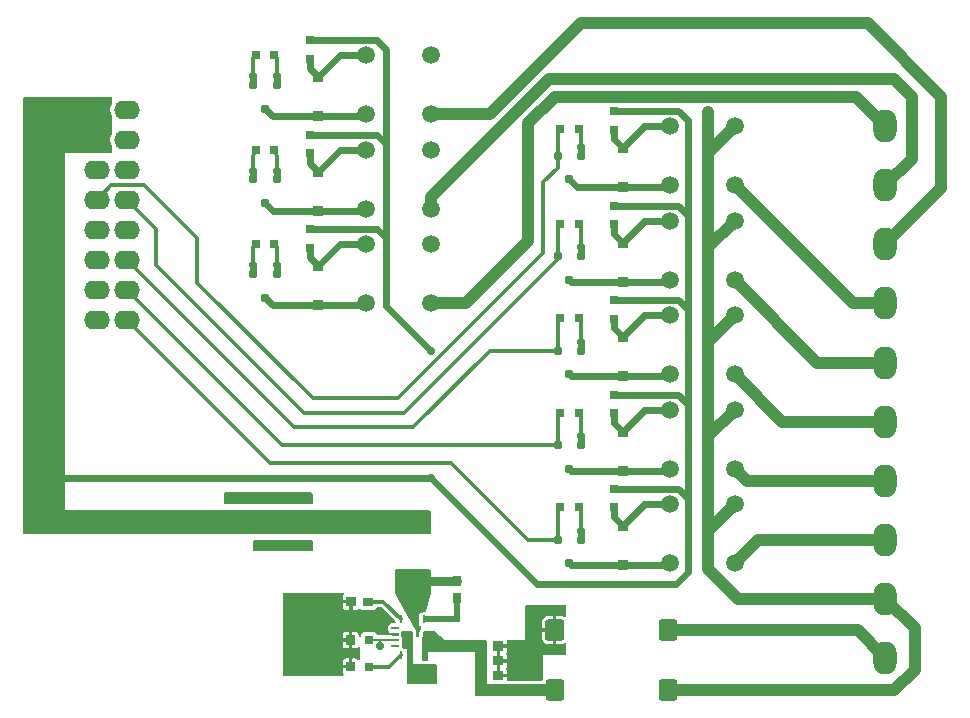
<source format=gbr>
G04 --- HEADER BEGIN --- *
G04 #@! TF.GenerationSoftware,LibrePCB,LibrePCB,1.0.0*
G04 #@! TF.CreationDate,2024-10-09T11:39:01*
G04 #@! TF.ProjectId,OSm Thermal,b11a65fa-6c4c-431c-8545-341aca355aaf,v1.11*
G04 #@! TF.Part,Single*
G04 #@! TF.SameCoordinates*
G04 #@! TF.FileFunction,Copper,L2,Bot*
G04 #@! TF.FilePolarity,Positive*
%FSLAX66Y66*%
%MOMM*%
G01*
G75*
G04 --- HEADER END --- *
G04 --- APERTURE LIST BEGIN --- *
G04 #@! TA.AperFunction,ComponentPad*
%ADD10C,1.5*%
G04 #@! TA.AperFunction,SMDPad,CuDef*
%AMROUNDEDRECT11*20,1,0.9,-0.225,0.0,0.225,0.0,0.0*20,1,0.45,-0.45,0.0,0.45,0.0,0.0*1,1,0.45,-0.225,0.225*1,1,0.45,0.225,0.225*1,1,0.45,0.225,-0.225*1,1,0.45,-0.225,-0.225*%
%ADD11ROUNDEDRECT11*%
%AMROUNDEDRECT12*20,1,2.0,-1.25,0.0,1.25,0.0,0.0*20,1,1.5,-1.5,0.0,1.5,0.0,0.0*1,1,0.5,-1.25,0.75*1,1,0.5,1.25,0.75*1,1,0.5,1.25,-0.75*1,1,0.5,-1.25,-0.75*%
%ADD12ROUNDEDRECT12*%
%AMROUNDEDRECT13*20,1,0.25,-0.2375,0.0,0.2375,0.0,0.0*20,1,0.125,-0.3,0.0,0.3,0.0,0.0*1,1,0.125,-0.2375,0.0625*1,1,0.125,0.2375,0.0625*1,1,0.125,0.2375,-0.0625*1,1,0.125,-0.2375,-0.0625*%
%ADD13ROUNDEDRECT13*%
%AMROUNDEDRECT14*20,1,0.25,-0.2375,0.0,0.2375,0.0,90.0*20,1,0.125,-0.3,0.0,0.3,0.0,90.0*1,1,0.125,-0.0625,-0.2375*1,1,0.125,-0.0625,0.2375*1,1,0.125,0.0625,0.2375*1,1,0.125,0.0625,-0.2375*%
%ADD14ROUNDEDRECT14*%
%AMROUNDEDRECT15*20,1,0.25,-0.2875,0.0,0.2875,0.0,0.0*20,1,0.125,-0.35,0.0,0.35,0.0,0.0*1,1,0.125,-0.2875,0.0625*1,1,0.125,0.2875,0.0625*1,1,0.125,0.2875,-0.0625*1,1,0.125,-0.2875,-0.0625*%
%ADD15ROUNDEDRECT15*%
%AMOUTLINE16*4,1,16,-0.15,-1.086603,-0.186603,-1.05,-0.2,-1.0,-0.2,1.0,-0.186603,1.05,-0.15,1.086603,-0.1,1.1,0.1,1.1,0.15,1.086603,0.186603,1.05,0.2,1.0,0.2,-1.0,0.186603,-1.05,0.15,-1.086603,0.1,-1.1,-0.1,-1.1,-0.15,-1.086603,180.0*%
%ADD16OUTLINE16*%
%AMROUNDEDRECT17*20,1,0.25,-0.8375,0.0,0.8375,0.0,90.0*20,1,0.125,-0.9,0.0,0.9,0.0,90.0*1,1,0.125,-0.0625,-0.8375*1,1,0.125,-0.0625,0.8375*1,1,0.125,0.0625,0.8375*1,1,0.125,0.0625,-0.8375*%
%ADD17ROUNDEDRECT17*%
%AMROUNDEDRECT18*20,1,0.4,-1.0,0.0,1.0,0.0,90.0*20,1,0.2,-1.1,0.0,1.1,0.0,90.0*1,1,0.2,-0.1,-1.0*1,1,0.2,-0.1,1.0*1,1,0.2,0.1,1.0*1,1,0.2,0.1,-1.0*%
%ADD18ROUNDEDRECT18*%
%ADD19R,0.75X0.8*%
%ADD20R,0.85X0.8*%
%ADD21R,0.8X0.75*%
%ADD22R,0.8X0.85*%
%AMROUNDEDRECT23*20,1,0.7,-0.175,0.0,0.175,0.0,0.0*20,1,0.35,-0.35,0.0,0.35,0.0,0.0*1,1,0.35,-0.175,0.175*1,1,0.35,0.175,0.175*1,1,0.35,0.175,-0.175*1,1,0.35,-0.175,-0.175*%
%ADD23ROUNDEDRECT23*%
%AMROUNDEDRECT24*20,1,1.6,-0.652,0.0,0.652,0.0,90.0*20,1,1.104,-0.9,0.0,0.9,0.0,90.0*1,1,0.496,-0.552,-0.652*1,1,0.496,-0.552,0.652*1,1,0.496,0.552,0.652*1,1,0.496,0.552,-0.652*%
%ADD24ROUNDEDRECT24*%
G04 #@! TA.AperFunction,ComponentPad*
%ADD25O,2.19X1.587*%
%ADD26R,2.19X1.587*%
%ADD27O,2.0X2.8*%
G04 #@! TA.AperFunction,Conductor*
%ADD28C,0.6*%
%ADD29C,1.0*%
G04 #@! TA.AperFunction,ViaPad*
%ADD30C,0.7*%
G04 #@! TA.AperFunction,Conductor*
%ADD31C,0.3*%
%ADD32C,0.2*%
G04 #@! TA.AperFunction,ViaPad*
%ADD33C,1.0*%
G04 #@! TA.AperFunction,Conductor*
%ADD34C,0.8*%
%ADD35C,0.01*%
G04 #@! TD*
G04 --- APERTURE LIST END --- *
G04 --- BOARD BEGIN --- *
D10*
G04 #@! TO.N,N23*
G04 #@! TO.C,K1*
G04 #@! TO.P,K1,8,-*
X55750000Y-46750000D03*
G04 #@! TO.N,VAC*
G04 #@! TO.P,K1,3,COM*
X61250000Y-41750000D03*
G04 #@! TO.N,RV1*
G04 #@! TO.P,K1,1,+*
X55750000Y-41750000D03*
G04 #@! TO.N,O1*
G04 #@! TO.P,K1,6,NO*
X61250000Y-46750000D03*
D11*
G04 #@! TO.N,RV5*
G04 #@! TO.C,D6*
G04 #@! TO.P,D6,1,C*
X51750000Y-11600000D03*
G04 #@! TO.N,N19*
G04 #@! TO.P,D6,2,A*
X51750000Y-14900000D03*
D12*
G04 #@! TO.N,SW*
G04 #@! TO.C,L1*
G04 #@! TO.P,L1,1,1*
X34000000Y-48250000D03*
G04 #@! TO.N,5V*
G04 #@! TO.P,L1,2,2*
X34000000Y-43250000D03*
D11*
G04 #@! TO.N,RV6*
G04 #@! TO.C,D7*
G04 #@! TO.P,D7,1,C*
X26000000Y-5600000D03*
G04 #@! TO.N,N32*
G04 #@! TO.P,D7,2,A*
X26000000Y-8900000D03*
G04 #@! TO.N,RV8*
G04 #@! TO.C,D9*
G04 #@! TO.P,D9,1,C*
X26000000Y-21600000D03*
G04 #@! TO.N,N37*
G04 #@! TO.P,D9,2,A*
X26000000Y-24900000D03*
D13*
G04 #@! TO.N,GND*
G04 #@! TO.C,U1*
G04 #@! TO.P,U1,AGND,AGND*
X32500000Y-52750000D03*
D14*
G04 #@! TO.N,MODE*
G04 #@! TO.P,U1,MODE,MODE*
X33000000Y-54500000D03*
G04 #@! TO.N,SS*
G04 #@! TO.P,U1,SS,SS*
X33000000Y-51500000D03*
D15*
G04 #@! TO.N,VIN*
G04 #@! TO.P,U1,VIN,VIN*
X35450000Y-53250000D03*
D14*
G04 #@! TO.N,BOOT*
G04 #@! TO.P,U1,BOOT,BOOT*
X34900000Y-51500000D03*
D13*
G04 #@! TO.N,N/C*
G04 #@! TO.P,U1,PG,PG*
X32500000Y-52250000D03*
D16*
G04 #@! TO.N,VIN*
G04 #@! TO.P,U1,VIN,VIN*
X35000000Y-53700000D03*
D13*
G04 #@! TO.N,FB*
G04 #@! TO.P,U1,FB,FB*
X32500000Y-53250000D03*
G04 #@! TO.N,N/C*
G04 #@! TO.P,U1,EN,EN*
X32500000Y-53750000D03*
D17*
G04 #@! TO.N,SW*
G04 #@! TO.P,U1,SW,SW*
X34400000Y-52100000D03*
D15*
G04 #@! TO.N,VIN*
G04 #@! TO.P,U1,VIN,VIN*
X35450000Y-52750000D03*
D18*
G04 #@! TO.N,GND*
G04 #@! TO.P,U1,PGND,PGND*
X33800000Y-53700000D03*
D15*
G04 #@! TO.N,VIN*
G04 #@! TO.P,U1,VIN,VIN*
X35450000Y-53750000D03*
D19*
G04 #@! TO.N,SR7*
G04 #@! TO.C,R10*
G04 #@! TO.P,R10,2,2*
X20725000Y-11750000D03*
G04 #@! TO.N,GND*
G04 #@! TO.P,R10,1,1*
X22275000Y-11750000D03*
D20*
G04 #@! TO.N,VIN*
G04 #@! TO.C,C5*
G04 #@! TO.P,C5,2,2*
X39775000Y-53750000D03*
G04 #@! TO.N,GND*
G04 #@! TO.P,C5,1,1*
X41225000Y-53750000D03*
D21*
G04 #@! TO.N,5V*
G04 #@! TO.C,R15*
G04 #@! TO.P,R15,2,2*
X51000000Y-32475000D03*
G04 #@! TO.N,RV2*
G04 #@! TO.P,R15,1,1*
X51000000Y-34025000D03*
D20*
G04 #@! TO.N,VIN*
G04 #@! TO.C,C4*
G04 #@! TO.P,C4,2,2*
X39775000Y-55000000D03*
G04 #@! TO.N,GND*
G04 #@! TO.P,C4,1,1*
X41225000Y-55000000D03*
D22*
G04 #@! TO.C,C7*
G04 #@! TO.P,C7,2,2*
X23500000Y-41275000D03*
G04 #@! TO.N,5V*
G04 #@! TO.P,C7,1,1*
X23500000Y-42725000D03*
D19*
G04 #@! TO.N,GND*
G04 #@! TO.C,R3*
G04 #@! TO.P,R3,2,2*
X28725000Y-53250000D03*
G04 #@! TO.N,FB*
G04 #@! TO.P,R3,1,1*
X30275000Y-53250000D03*
D23*
G04 #@! TO.N,SR2*
G04 #@! TO.C,Q2*
G04 #@! TO.P,Q2,1,G*
X46250000Y-36750000D03*
G04 #@! TO.N,GND*
G04 #@! TO.P,Q2,2,S*
X48250000Y-36750000D03*
G04 #@! TO.N,N33*
G04 #@! TO.P,Q2,3,D*
X47250000Y-38750000D03*
D19*
G04 #@! TO.N,MODE*
G04 #@! TO.C,R1*
G04 #@! TO.P,R1,2,2*
X30275000Y-55500000D03*
G04 #@! TO.N,GND*
G04 #@! TO.P,R1,1,1*
X28725000Y-55500000D03*
D21*
G04 #@! TO.N,5V*
G04 #@! TO.C,R14*
G04 #@! TO.P,R14,2,2*
X51000000Y-40475000D03*
G04 #@! TO.N,RV1*
G04 #@! TO.P,R14,1,1*
X51000000Y-42025000D03*
D20*
G04 #@! TO.N,VIN*
G04 #@! TO.C,C3*
G04 #@! TO.P,C3,2,2*
X39775000Y-56250000D03*
G04 #@! TO.N,GND*
G04 #@! TO.P,C3,1,1*
X41225000Y-56250000D03*
D24*
G04 #@! TO.N,COM*
G04 #@! TO.C,BR1*
G04 #@! TO.P,BR1,PGND,AC2*
X55600000Y-52400000D03*
G04 #@! TO.N,VIN*
G04 #@! TO.P,BR1,VOUT,+*
X46000000Y-57500000D03*
G04 #@! TO.N,GND*
G04 #@! TO.P,BR1,AGND,_*
X46000000Y-52400000D03*
G04 #@! TO.N,VAC*
G04 #@! TO.P,BR1,VIN,AC1*
X55600000Y-57500000D03*
D19*
G04 #@! TO.N,SR2*
G04 #@! TO.C,R5*
G04 #@! TO.P,R5,2,2*
X46475000Y-34000000D03*
G04 #@! TO.N,GND*
G04 #@! TO.P,R5,1,1*
X48025000Y-34000000D03*
D10*
G04 #@! TO.N,N33*
G04 #@! TO.C,K2*
G04 #@! TO.P,K2,8,-*
X55750000Y-38750000D03*
G04 #@! TO.N,VAC*
G04 #@! TO.P,K2,3,COM*
X61250000Y-33750000D03*
G04 #@! TO.N,RV2*
G04 #@! TO.P,K2,1,+*
X55750000Y-33750000D03*
G04 #@! TO.N,O2*
G04 #@! TO.P,K2,6,NO*
X61250000Y-38750000D03*
G04 #@! TO.N,N19*
G04 #@! TO.C,K5*
G04 #@! TO.P,K5,8,-*
X55750000Y-14750000D03*
G04 #@! TO.N,VAC*
G04 #@! TO.P,K5,3,COM*
X61250000Y-9750000D03*
G04 #@! TO.N,RV5*
G04 #@! TO.P,K5,1,+*
X55750000Y-9750000D03*
G04 #@! TO.N,O5*
G04 #@! TO.P,K5,6,NO*
X61250000Y-14750000D03*
G04 #@! TO.N,N26*
G04 #@! TO.C,K4*
G04 #@! TO.P,K4,8,-*
X55750000Y-22750000D03*
G04 #@! TO.N,VAC*
G04 #@! TO.P,K4,3,COM*
X61250000Y-17750000D03*
G04 #@! TO.N,RV4*
G04 #@! TO.P,K4,1,+*
X55750000Y-17750000D03*
G04 #@! TO.N,O4*
G04 #@! TO.P,K4,6,NO*
X61250000Y-22750000D03*
D23*
G04 #@! TO.N,SR5*
G04 #@! TO.C,Q5*
G04 #@! TO.P,Q5,1,G*
X46250000Y-12250000D03*
G04 #@! TO.N,GND*
G04 #@! TO.P,Q5,2,S*
X48250000Y-12250000D03*
G04 #@! TO.N,N19*
G04 #@! TO.P,Q5,3,D*
X47250000Y-14250000D03*
D20*
G04 #@! TO.N,GND*
G04 #@! TO.C,C1*
G04 #@! TO.P,C1,2,2*
X28775000Y-50000000D03*
G04 #@! TO.N,SS*
G04 #@! TO.P,C1,1,1*
X30225000Y-50000000D03*
D21*
G04 #@! TO.N,5V*
G04 #@! TO.C,R16*
G04 #@! TO.P,R16,2,2*
X51000000Y-24475000D03*
G04 #@! TO.N,RV3*
G04 #@! TO.P,R16,1,1*
X51000000Y-26025000D03*
D22*
G04 #@! TO.N,GND*
G04 #@! TO.C,C10*
G04 #@! TO.P,C10,2,2*
X23500000Y-45225000D03*
G04 #@! TO.N,5V*
G04 #@! TO.P,C10,1,1*
X23500000Y-43775000D03*
D11*
G04 #@! TO.N,RV2*
G04 #@! TO.C,D3*
G04 #@! TO.P,D3,1,C*
X51750000Y-35600000D03*
G04 #@! TO.N,N33*
G04 #@! TO.P,D3,2,A*
X51750000Y-38900000D03*
D10*
G04 #@! TO.N,N32*
G04 #@! TO.C,K6*
G04 #@! TO.P,K6,8,-*
X30000000Y-8750000D03*
G04 #@! TO.N,VAC*
G04 #@! TO.P,K6,3,COM*
X35500000Y-3750000D03*
G04 #@! TO.N,RV6*
G04 #@! TO.P,K6,1,+*
X30000000Y-3750000D03*
G04 #@! TO.N,O6*
G04 #@! TO.P,K6,6,NO*
X35500000Y-8750000D03*
G04 #@! TO.N,N31*
G04 #@! TO.C,K3*
G04 #@! TO.P,K3,8,-*
X55750000Y-30750000D03*
G04 #@! TO.N,VAC*
G04 #@! TO.P,K3,3,COM*
X61250000Y-25750000D03*
G04 #@! TO.N,RV3*
G04 #@! TO.P,K3,1,+*
X55750000Y-25750000D03*
G04 #@! TO.N,O3*
G04 #@! TO.P,K3,6,NO*
X61250000Y-30750000D03*
D22*
G04 #@! TO.N,BOOT*
G04 #@! TO.C,C2*
G04 #@! TO.P,C2,2,2*
X37750000Y-49725000D03*
G04 #@! TO.N,SW*
G04 #@! TO.P,C2,1,1*
X37750000Y-48275000D03*
D11*
G04 #@! TO.N,RV1*
G04 #@! TO.C,D2*
G04 #@! TO.P,D2,1,C*
X51750000Y-43600000D03*
G04 #@! TO.N,N23*
G04 #@! TO.P,D2,2,A*
X51750000Y-46900000D03*
D21*
G04 #@! TO.N,5V*
G04 #@! TO.C,R18*
G04 #@! TO.P,R18,2,2*
X51000000Y-8475000D03*
G04 #@! TO.N,RV5*
G04 #@! TO.P,R18,1,1*
X51000000Y-10025000D03*
D25*
G04 #@! TO.N,SR8*
G04 #@! TO.C,J2*
G04 #@! TO.P,J2,15,15*
X7230000Y-26140000D03*
G04 #@! TO.N,SR3*
G04 #@! TO.P,J2,12,12*
X9770000Y-21060000D03*
G04 #@! TO.N,SDA*
G04 #@! TO.P,J2,4,4*
X9770000Y-10900000D03*
G04 #@! TO.N,GND*
G04 #@! TO.P,J2,13,13*
X7230000Y-23600000D03*
G04 #@! TO.N,SR1*
G04 #@! TO.P,J2,16,16*
X9770000Y-26140000D03*
G04 #@! TO.N,GND*
G04 #@! TO.P,J2,10,10*
X9770000Y-18520000D03*
G04 #@! TO.N,SR2*
G04 #@! TO.P,J2,14,14*
X9770000Y-23600000D03*
G04 #@! TO.N,SR7*
G04 #@! TO.P,J2,11,11*
X7230000Y-21060000D03*
G04 #@! TO.N,GND*
G04 #@! TO.P,J2,5,5*
X7230000Y-13440000D03*
G04 #@! TO.N,SR4*
G04 #@! TO.P,J2,8,8*
X9770000Y-15980000D03*
G04 #@! TO.N,SR6*
G04 #@! TO.P,J2,9,9*
X7230000Y-18520000D03*
D26*
G04 #@! TO.N,5V*
G04 #@! TO.P,J2,1,1*
X7230000Y-8360000D03*
D25*
G04 #@! TO.N,3V3*
G04 #@! TO.P,J2,2,2*
X9770000Y-8360000D03*
G04 #@! TO.N,SR5*
G04 #@! TO.P,J2,7,7*
X7230000Y-15980000D03*
G04 #@! TO.N,5V*
G04 #@! TO.P,J2,3,3*
X7230000Y-10900000D03*
G04 #@! TO.N,SCL*
G04 #@! TO.P,J2,6,6*
X9770000Y-13440000D03*
D23*
G04 #@! TO.N,SR4*
G04 #@! TO.C,Q4*
G04 #@! TO.P,Q4,1,G*
X46250000Y-20750000D03*
G04 #@! TO.N,GND*
G04 #@! TO.P,Q4,2,S*
X48250000Y-20750000D03*
G04 #@! TO.N,N26*
G04 #@! TO.P,Q4,3,D*
X47250000Y-22750000D03*
D11*
G04 #@! TO.N,RV7*
G04 #@! TO.C,D8*
G04 #@! TO.P,D8,1,C*
X26000000Y-13600000D03*
G04 #@! TO.N,N24*
G04 #@! TO.P,D8,2,A*
X26000000Y-16900000D03*
D19*
G04 #@! TO.N,SR1*
G04 #@! TO.C,R4*
G04 #@! TO.P,R4,2,2*
X46475000Y-42000000D03*
G04 #@! TO.N,GND*
G04 #@! TO.P,R4,1,1*
X48025000Y-42000000D03*
D23*
G04 #@! TO.N,SR8*
G04 #@! TO.C,Q8*
G04 #@! TO.P,Q8,1,G*
X20500000Y-22250000D03*
G04 #@! TO.N,GND*
G04 #@! TO.P,Q8,2,S*
X22500000Y-22250000D03*
G04 #@! TO.N,N37*
G04 #@! TO.P,Q8,3,D*
X21500000Y-24250000D03*
D19*
G04 #@! TO.N,SR4*
G04 #@! TO.C,R7*
G04 #@! TO.P,R7,2,2*
X46475000Y-18000000D03*
G04 #@! TO.N,GND*
G04 #@! TO.P,R7,1,1*
X48025000Y-18000000D03*
D21*
G04 #@! TO.N,5V*
G04 #@! TO.C,R20*
G04 #@! TO.P,R20,2,2*
X25250000Y-10475000D03*
G04 #@! TO.N,RV7*
G04 #@! TO.P,R20,1,1*
X25250000Y-12025000D03*
D23*
G04 #@! TO.N,SR3*
G04 #@! TO.C,Q3*
G04 #@! TO.P,Q3,1,G*
X46250000Y-28750000D03*
G04 #@! TO.N,GND*
G04 #@! TO.P,Q3,2,S*
X48250000Y-28750000D03*
G04 #@! TO.N,N31*
G04 #@! TO.P,Q3,3,D*
X47250000Y-30750000D03*
D22*
G04 #@! TO.N,GND*
G04 #@! TO.C,C6*
G04 #@! TO.P,C6,2,2*
X18500000Y-41275000D03*
G04 #@! TO.N,5V*
G04 #@! TO.P,C6,1,1*
X18500000Y-42725000D03*
D19*
G04 #@! TO.N,SR8*
G04 #@! TO.C,R11*
G04 #@! TO.P,R11,2,2*
X20725000Y-19750000D03*
G04 #@! TO.N,GND*
G04 #@! TO.P,R11,1,1*
X22275000Y-19750000D03*
G04 #@! TO.N,SR5*
G04 #@! TO.C,R8*
G04 #@! TO.P,R8,2,2*
X46475000Y-10000000D03*
G04 #@! TO.N,GND*
G04 #@! TO.P,R8,1,1*
X48025000Y-10000000D03*
D11*
G04 #@! TO.N,RV3*
G04 #@! TO.C,D4*
G04 #@! TO.P,D4,1,C*
X51750000Y-27600000D03*
G04 #@! TO.N,N31*
G04 #@! TO.P,D4,2,A*
X51750000Y-30900000D03*
D23*
G04 #@! TO.N,SR1*
G04 #@! TO.C,Q1*
G04 #@! TO.P,Q1,1,G*
X46250000Y-44750000D03*
G04 #@! TO.N,GND*
G04 #@! TO.P,Q1,2,S*
X48250000Y-44750000D03*
G04 #@! TO.N,N23*
G04 #@! TO.P,Q1,3,D*
X47250000Y-46750000D03*
D21*
G04 #@! TO.N,5V*
G04 #@! TO.C,R17*
G04 #@! TO.P,R17,2,2*
X51000000Y-16475000D03*
G04 #@! TO.N,RV4*
G04 #@! TO.P,R17,1,1*
X51000000Y-18025000D03*
D23*
G04 #@! TO.N,SR7*
G04 #@! TO.C,Q7*
G04 #@! TO.P,Q7,1,G*
X20500000Y-14250000D03*
G04 #@! TO.N,GND*
G04 #@! TO.P,Q7,2,S*
X22500000Y-14250000D03*
G04 #@! TO.N,N24*
G04 #@! TO.P,Q7,3,D*
X21500000Y-16250000D03*
D27*
G04 #@! TO.N,VAC*
G04 #@! TO.C,J1*
G04 #@! TO.P,J1,2,2*
X74000000Y-49750000D03*
G04 #@! TO.N,O2*
G04 #@! TO.P,J1,4,4*
X74000000Y-39750000D03*
G04 #@! TO.N,O4*
G04 #@! TO.P,J1,6,6*
X74000000Y-29750000D03*
G04 #@! TO.N,O1*
G04 #@! TO.P,J1,3,3*
X74000000Y-44750000D03*
G04 #@! TO.N,O5*
G04 #@! TO.P,J1,7,7*
X74000000Y-24750000D03*
G04 #@! TO.N,O8*
G04 #@! TO.P,J1,10,10*
X74000000Y-9750000D03*
G04 #@! TO.N,O6*
G04 #@! TO.P,J1,8,8*
X74000000Y-19750000D03*
G04 #@! TO.N,O7*
G04 #@! TO.P,J1,9,9*
X74000000Y-14750000D03*
G04 #@! TO.N,COM*
G04 #@! TO.P,J1,1,1*
X74000000Y-54750000D03*
G04 #@! TO.N,O3*
G04 #@! TO.P,J1,5,5*
X74000000Y-34750000D03*
D19*
G04 #@! TO.N,SR3*
G04 #@! TO.C,R6*
G04 #@! TO.P,R6,2,2*
X46475000Y-26000000D03*
G04 #@! TO.N,GND*
G04 #@! TO.P,R6,1,1*
X48025000Y-26000000D03*
G04 #@! TO.N,SR6*
G04 #@! TO.C,R9*
G04 #@! TO.P,R9,2,2*
X20725000Y-3750000D03*
G04 #@! TO.N,GND*
G04 #@! TO.P,R9,1,1*
X22275000Y-3750000D03*
D22*
G04 #@! TO.C,C9*
G04 #@! TO.P,C9,2,2*
X21000000Y-45225000D03*
G04 #@! TO.N,5V*
G04 #@! TO.P,C9,1,1*
X21000000Y-43775000D03*
D11*
G04 #@! TO.N,RV4*
G04 #@! TO.C,D5*
G04 #@! TO.P,D5,1,C*
X51750000Y-19600000D03*
G04 #@! TO.N,N26*
G04 #@! TO.P,D5,2,A*
X51750000Y-22900000D03*
D22*
G04 #@! TO.N,GND*
G04 #@! TO.C,C8*
G04 #@! TO.P,C8,2,2*
X21000000Y-41275000D03*
G04 #@! TO.N,5V*
G04 #@! TO.P,C8,1,1*
X21000000Y-42725000D03*
D21*
G04 #@! TO.C,R19*
G04 #@! TO.P,R19,2,2*
X25250000Y-2475000D03*
G04 #@! TO.N,RV6*
G04 #@! TO.P,R19,1,1*
X25250000Y-4025000D03*
G04 #@! TO.N,5V*
G04 #@! TO.C,R21*
G04 #@! TO.P,R21,2,2*
X25250000Y-18475000D03*
G04 #@! TO.N,RV8*
G04 #@! TO.P,R21,1,1*
X25250000Y-20025000D03*
D10*
G04 #@! TO.N,N24*
G04 #@! TO.C,K7*
G04 #@! TO.P,K7,8,-*
X30000000Y-16750000D03*
G04 #@! TO.N,VAC*
G04 #@! TO.P,K7,3,COM*
X35500000Y-11750000D03*
G04 #@! TO.N,RV7*
G04 #@! TO.P,K7,1,+*
X30000000Y-11750000D03*
G04 #@! TO.N,O7*
G04 #@! TO.P,K7,6,NO*
X35500000Y-16750000D03*
G04 #@! TO.N,N37*
G04 #@! TO.C,K8*
G04 #@! TO.P,K8,8,-*
X30000000Y-24750000D03*
G04 #@! TO.N,VAC*
G04 #@! TO.P,K8,3,COM*
X35500000Y-19750000D03*
G04 #@! TO.N,RV8*
G04 #@! TO.P,K8,1,+*
X30000000Y-19750000D03*
G04 #@! TO.N,O8*
G04 #@! TO.P,K8,6,NO*
X35500000Y-24750000D03*
D23*
G04 #@! TO.N,SR6*
G04 #@! TO.C,Q6*
G04 #@! TO.P,Q6,1,G*
X20500000Y-6250000D03*
G04 #@! TO.N,GND*
G04 #@! TO.P,Q6,2,S*
X22500000Y-6250000D03*
G04 #@! TO.N,N32*
G04 #@! TO.P,Q6,3,D*
X21500000Y-8250000D03*
D28*
G04 #@! TD.C*
G04 #@! TD.P*
G04 #@! TO.N,N31*
X55600000Y-30900000D02*
X51750000Y-30900000D01*
X55750000Y-30750000D02*
X55600000Y-30900000D01*
X47400000Y-30900000D02*
X51750000Y-30900000D01*
X47250000Y-30750000D02*
X47400000Y-30900000D01*
D29*
G04 #@! TO.N,O3*
X65250000Y-34750000D02*
X74000000Y-34750000D01*
X61250000Y-30750000D02*
X65250000Y-34750000D01*
D30*
G04 #@! TO.N,GND*
X48250000Y-28000000D03*
D31*
X48025000Y-26000000D02*
X48250000Y-26225000D01*
D28*
X48250000Y-28000000D02*
X48250000Y-28750000D01*
D31*
X48250000Y-26225000D02*
X48250000Y-28000000D01*
D29*
G04 #@! TO.N,O4*
X68250000Y-29750000D02*
X74000000Y-29750000D01*
X61250000Y-22750000D02*
X68250000Y-29750000D01*
D28*
G04 #@! TO.N,N37*
X29850000Y-24900000D02*
X26000000Y-24900000D01*
X30000000Y-24750000D02*
X29850000Y-24900000D01*
X22150000Y-24900000D02*
X26000000Y-24900000D01*
X21500000Y-24250000D02*
X22150000Y-24900000D01*
G04 #@! TO.N,N26*
X47400000Y-22900000D02*
X51750000Y-22900000D01*
X55600000Y-22900000D02*
X51750000Y-22900000D01*
X55750000Y-22750000D02*
X55600000Y-22900000D01*
X47250000Y-22750000D02*
X47400000Y-22900000D01*
G04 #@! TO.N,N33*
X47250000Y-38750000D02*
X47400000Y-38900000D01*
X47400000Y-38900000D02*
X51750000Y-38900000D01*
X55750000Y-38750000D02*
X55600000Y-38900000D01*
X55600000Y-38900000D02*
X51750000Y-38900000D01*
D31*
G04 #@! TO.N,SR2*
X9770000Y-23600000D02*
X22920000Y-36750000D01*
X46250000Y-34225000D02*
X46250000Y-36750000D01*
X22920000Y-36750000D02*
X46250000Y-36750000D01*
X46475000Y-34000000D02*
X46250000Y-34225000D01*
D30*
G04 #@! TO.N,5V*
X35500000Y-28750000D03*
X35500000Y-39500000D03*
D28*
X57250000Y-17250000D02*
X57250000Y-25250000D01*
X57250000Y-17250000D02*
X57250000Y-9250000D01*
X57250000Y-33250000D02*
X57250000Y-41250000D01*
X31750000Y-11250000D02*
X31750000Y-3250000D01*
X30975000Y-18475000D02*
X31750000Y-19250000D01*
X51000000Y-16475000D02*
X56475000Y-16475000D01*
X56250000Y-48500000D02*
X44500000Y-48500000D01*
X31750000Y-3250000D02*
X30975000Y-2475000D01*
X56475000Y-32475000D02*
X57250000Y-33250000D01*
X51000000Y-24475000D02*
X56475000Y-24475000D01*
X30975000Y-2475000D02*
X25250000Y-2475000D01*
X30975000Y-10475000D02*
X31750000Y-11250000D01*
X57250000Y-25250000D02*
X57250000Y-33250000D01*
X51000000Y-40475000D02*
X56475000Y-40475000D01*
X57250000Y-47500000D02*
X56250000Y-48500000D01*
X56475000Y-24475000D02*
X57250000Y-25250000D01*
X57250000Y-41250000D02*
X57250000Y-47500000D01*
X56475000Y-16475000D02*
X57250000Y-17250000D01*
X35500000Y-28750000D02*
X31750000Y-25000000D01*
X35500000Y-39500000D02*
X4000000Y-39500000D01*
X25250000Y-18475000D02*
X30975000Y-18475000D01*
X31750000Y-19250000D02*
X31750000Y-11250000D01*
X56475000Y-40475000D02*
X57250000Y-41250000D01*
X51000000Y-32475000D02*
X56475000Y-32475000D01*
X25250000Y-10475000D02*
X30975000Y-10475000D01*
X31750000Y-19250000D02*
X31750000Y-25000000D01*
X44500000Y-48500000D02*
X35500000Y-39500000D01*
X51000000Y-8475000D02*
X56475000Y-8475000D01*
X56475000Y-8475000D02*
X57250000Y-9250000D01*
D30*
G04 #@! TO.N,GND*
X46000000Y-50750000D03*
D31*
G04 #@! TO.N,SR1*
X37250000Y-38250000D02*
X43750000Y-44750000D01*
X9770000Y-26140000D02*
X21880000Y-38250000D01*
X46250000Y-42225000D02*
X46250000Y-44750000D01*
X21880000Y-38250000D02*
X37250000Y-38250000D01*
X46475000Y-42000000D02*
X46250000Y-42225000D01*
X43750000Y-44750000D02*
X46250000Y-44750000D01*
D28*
G04 #@! TO.N,RV7*
X25250000Y-12850000D02*
X26000000Y-13600000D01*
X30000000Y-11750000D02*
X27850000Y-11750000D01*
X27850000Y-11750000D02*
X26000000Y-13600000D01*
X25250000Y-12025000D02*
X25250000Y-12850000D01*
D31*
G04 #@! TO.N,SR5*
X32750000Y-32750000D02*
X45000000Y-20500000D01*
X25500000Y-32750000D02*
X32750000Y-32750000D01*
X46250000Y-13250000D02*
X46250000Y-12250000D01*
X11250000Y-14750000D02*
X15750000Y-19250000D01*
X45000000Y-14500000D02*
X46250000Y-13250000D01*
X7230000Y-15980000D02*
X8460000Y-14750000D01*
X45000000Y-20500000D02*
X45000000Y-14500000D01*
X46250000Y-10225000D02*
X46250000Y-12250000D01*
X8460000Y-14750000D02*
X11250000Y-14750000D01*
X15750000Y-23000000D02*
X25500000Y-32750000D01*
X46475000Y-10000000D02*
X46250000Y-10225000D01*
X15750000Y-19250000D02*
X15750000Y-23000000D01*
D29*
G04 #@! TO.N,O6*
X48250000Y-1000000D02*
X72500000Y-1000000D01*
X40500000Y-8750000D02*
X48250000Y-1000000D01*
X78750000Y-15000000D02*
X74000000Y-19750000D01*
X78750000Y-7250000D02*
X78750000Y-15000000D01*
X72500000Y-1000000D02*
X78750000Y-7250000D01*
X35500000Y-8750000D02*
X40500000Y-8750000D01*
G04 #@! TO.N,O8*
X35500000Y-24750000D02*
X38500000Y-24750000D01*
X43750000Y-19500000D02*
X43750000Y-9500000D01*
X71500000Y-7250000D02*
X74000000Y-9750000D01*
X46000000Y-7250000D02*
X71500000Y-7250000D01*
X38500000Y-24750000D02*
X43750000Y-19500000D01*
X43750000Y-9500000D02*
X46000000Y-7250000D01*
D30*
G04 #@! TO.N,5V*
X34000000Y-43250000D03*
G04 #@! TO.N,GND*
X33500000Y-53000000D03*
G04 #@! TO.N,SR6*
X20500000Y-5500000D03*
D31*
X20500000Y-3975000D02*
X20500000Y-5500000D01*
D28*
X20500000Y-5500000D02*
X20500000Y-6250000D01*
D31*
X20725000Y-3750000D02*
X20500000Y-3975000D01*
D30*
G04 #@! TO.N,GND*
X34750000Y-56500000D03*
D29*
G04 #@! TO.N,O5*
X61250000Y-14750000D02*
X71250000Y-24750000D01*
X71250000Y-24750000D02*
X74000000Y-24750000D01*
D28*
G04 #@! TO.N,RV5*
X51000000Y-10025000D02*
X51000000Y-10850000D01*
X53600000Y-9750000D02*
X51750000Y-11600000D01*
X55750000Y-9750000D02*
X53600000Y-9750000D01*
X51000000Y-10850000D02*
X51750000Y-11600000D01*
D31*
G04 #@! TO.N,SR4*
X46250000Y-18225000D02*
X46250000Y-20750000D01*
X33250000Y-34000000D02*
X46250000Y-21000000D01*
X46250000Y-21000000D02*
X46250000Y-20750000D01*
X12250000Y-18460000D02*
X12250000Y-21500000D01*
X9770000Y-15980000D02*
X12250000Y-18460000D01*
X12250000Y-21500000D02*
X24750000Y-34000000D01*
X24750000Y-34000000D02*
X33250000Y-34000000D01*
X46475000Y-18000000D02*
X46250000Y-18225000D01*
D29*
G04 #@! TO.N,O2*
X61250000Y-38750000D02*
X62250000Y-39750000D01*
X62250000Y-39750000D02*
X74000000Y-39750000D01*
D30*
G04 #@! TO.N,GND*
X22250000Y-45250000D03*
D28*
G04 #@! TO.N,RV4*
X53600000Y-17750000D02*
X51750000Y-19600000D01*
X51000000Y-18025000D02*
X51000000Y-18850000D01*
X51000000Y-18850000D02*
X51750000Y-19600000D01*
X55750000Y-17750000D02*
X53600000Y-17750000D01*
D29*
G04 #@! TO.N,COM*
X74000000Y-54750000D02*
X71650000Y-52400000D01*
X71650000Y-52400000D02*
X55600000Y-52400000D01*
D28*
G04 #@! TO.N,N24*
X21500000Y-16250000D02*
X22150000Y-16900000D01*
X29850000Y-16900000D02*
X26000000Y-16900000D01*
X30000000Y-16750000D02*
X29850000Y-16900000D01*
X22150000Y-16900000D02*
X26000000Y-16900000D01*
G04 #@! TO.N,RV3*
X53600000Y-25750000D02*
X51750000Y-27600000D01*
X55750000Y-25750000D02*
X53600000Y-25750000D01*
X51000000Y-26850000D02*
X51750000Y-27600000D01*
X51000000Y-26025000D02*
X51000000Y-26850000D01*
G04 #@! TO.N,N23*
X55750000Y-46750000D02*
X55600000Y-46900000D01*
X47250000Y-46750000D02*
X47400000Y-46900000D01*
X47400000Y-46900000D02*
X51750000Y-46900000D01*
X55600000Y-46900000D02*
X51750000Y-46900000D01*
D30*
G04 #@! TO.N,GND*
X44250000Y-52250000D03*
D31*
G04 #@! TO.N,SS*
X30225000Y-50000000D02*
X31500000Y-50000000D01*
X31500000Y-50000000D02*
X33000000Y-51500000D01*
D30*
G04 #@! TO.N,GND*
X48250000Y-20000000D03*
D28*
X48250000Y-20000000D02*
X48250000Y-20750000D01*
D31*
X48250000Y-18225000D02*
X48250000Y-20000000D01*
X48025000Y-18000000D02*
X48250000Y-18225000D01*
D30*
X46000000Y-54000000D03*
X44250000Y-54000000D03*
D29*
G04 #@! TO.N,O7*
X35500000Y-16750000D02*
X35500000Y-15750000D01*
X74750000Y-5750000D02*
X76250000Y-7250000D01*
X45500000Y-5750000D02*
X74750000Y-5750000D01*
X76250000Y-12500000D02*
X74000000Y-14750000D01*
X35500000Y-15750000D02*
X45500000Y-5750000D01*
X76250000Y-7250000D02*
X76250000Y-12500000D01*
D28*
G04 #@! TO.N,N19*
X55600000Y-14900000D02*
X51750000Y-14900000D01*
X47250000Y-14250000D02*
X47900000Y-14900000D01*
X55750000Y-14750000D02*
X55600000Y-14900000D01*
X47900000Y-14900000D02*
X51750000Y-14900000D01*
G04 #@! TO.N,RV6*
X25250000Y-4850000D02*
X26000000Y-5600000D01*
X27850000Y-3750000D02*
X26000000Y-5600000D01*
X25250000Y-4025000D02*
X25250000Y-4850000D01*
X30000000Y-3750000D02*
X27850000Y-3750000D01*
D30*
G04 #@! TO.N,GND*
X24750000Y-45250000D03*
X27500000Y-55500000D03*
X22500000Y-5500000D03*
D31*
X22275000Y-3750000D02*
X22500000Y-3975000D01*
X22500000Y-3975000D02*
X22500000Y-5500000D01*
D28*
X22500000Y-5500000D02*
X22500000Y-6250000D01*
G04 #@! TO.N,N32*
X22150000Y-8900000D02*
X26000000Y-8900000D01*
X29850000Y-8900000D02*
X26000000Y-8900000D01*
X30000000Y-8750000D02*
X29850000Y-8900000D01*
X21500000Y-8250000D02*
X22150000Y-8900000D01*
D30*
G04 #@! TO.N,GND*
X35500000Y-55750000D03*
D29*
G04 #@! TO.N,VIN*
X36500000Y-53750000D02*
X39750000Y-53750000D01*
D30*
G04 #@! TO.N,FB*
X31250000Y-53750000D03*
D32*
X32500000Y-53250000D02*
X31250000Y-53250000D01*
X31250000Y-53250000D02*
X31250000Y-53750000D01*
X31250000Y-53250000D02*
X30275000Y-53250000D01*
D30*
G04 #@! TO.N,SR8*
X20500000Y-21500000D03*
D31*
X20500000Y-19975000D02*
X20500000Y-21500000D01*
D28*
X20500000Y-21500000D02*
X20500000Y-22250000D01*
D31*
X20725000Y-19750000D02*
X20500000Y-19975000D01*
D29*
G04 #@! TO.N,VIN*
X46000000Y-57500000D02*
X39750000Y-57500000D01*
D30*
G04 #@! TO.N,GND*
X22250000Y-41250000D03*
X24750000Y-41250000D03*
D29*
G04 #@! TO.N,O1*
X61250000Y-46750000D02*
X63250000Y-44750000D01*
X63250000Y-44750000D02*
X74000000Y-44750000D01*
D30*
G04 #@! TO.N,GND*
X48250000Y-44000000D03*
D28*
X48250000Y-44000000D02*
X48250000Y-44750000D01*
D31*
X48025000Y-42000000D02*
X48250000Y-42225000D01*
X48250000Y-42225000D02*
X48250000Y-44000000D01*
D30*
X19750000Y-41250000D03*
D31*
G04 #@! TO.N,SR3*
X9770000Y-21060000D02*
X23960000Y-35250000D01*
X46250000Y-26225000D02*
X46250000Y-28750000D01*
X46475000Y-26000000D02*
X46250000Y-26225000D01*
X34000000Y-35250000D02*
X40500000Y-28750000D01*
X23960000Y-35250000D02*
X34000000Y-35250000D01*
X40500000Y-28750000D02*
X46250000Y-28750000D01*
D30*
G04 #@! TO.N,GND*
X22500000Y-21500000D03*
D28*
X22500000Y-21500000D02*
X22500000Y-22250000D01*
D31*
X22275000Y-19750000D02*
X22500000Y-19975000D01*
X22500000Y-19975000D02*
X22500000Y-21500000D01*
D28*
G04 #@! TO.N,RV1*
X55750000Y-41750000D02*
X53600000Y-41750000D01*
X51000000Y-42850000D02*
X51750000Y-43600000D01*
X53600000Y-41750000D02*
X51750000Y-43600000D01*
X51000000Y-42025000D02*
X51000000Y-42850000D01*
D33*
G04 #@! TO.N,VAC*
X59000000Y-8500000D03*
D29*
X59000000Y-44000000D02*
X59000000Y-47250000D01*
X74000000Y-49750000D02*
X76500000Y-52250000D01*
X76500000Y-55750000D02*
X74750000Y-57500000D01*
X59000000Y-20000000D02*
X61250000Y-17750000D01*
X59000000Y-44000000D02*
X59000000Y-36000000D01*
X59000000Y-20000000D02*
X59000000Y-12000000D01*
X59000000Y-36000000D02*
X59000000Y-28000000D01*
X74000000Y-49750000D02*
X61500000Y-49750000D01*
X59000000Y-12000000D02*
X61250000Y-9750000D01*
X76500000Y-52250000D02*
X76500000Y-55750000D01*
X61500000Y-49750000D02*
X59000000Y-47250000D01*
X59000000Y-36000000D02*
X61250000Y-33750000D01*
X59000000Y-28000000D02*
X61250000Y-25750000D01*
X59000000Y-8500000D02*
X59000000Y-12000000D01*
X55600000Y-57500000D02*
X74750000Y-57500000D01*
X59000000Y-28000000D02*
X59000000Y-20000000D01*
X59000000Y-44000000D02*
X61250000Y-41750000D01*
D28*
G04 #@! TO.N,RV8*
X30000000Y-19750000D02*
X27850000Y-19750000D01*
X25250000Y-20850000D02*
X26000000Y-21600000D01*
X25250000Y-20025000D02*
X25250000Y-20850000D01*
X27850000Y-19750000D02*
X26000000Y-21600000D01*
D30*
G04 #@! TO.N,GND*
X48250000Y-11500000D03*
D31*
X48025000Y-10000000D02*
X48250000Y-10225000D01*
X48250000Y-10225000D02*
X48250000Y-11500000D01*
D28*
X48250000Y-11500000D02*
X48250000Y-12250000D01*
D30*
X34000000Y-55750000D03*
X48250000Y-36000000D03*
D31*
X48025000Y-34000000D02*
X48250000Y-34225000D01*
X48250000Y-34225000D02*
X48250000Y-36000000D01*
D28*
X48250000Y-36000000D02*
X48250000Y-36750000D01*
D31*
G04 #@! TO.N,MODE*
X32000000Y-55500000D02*
X33000000Y-54500000D01*
X30275000Y-55500000D02*
X32000000Y-55500000D01*
D30*
G04 #@! TO.N,GND*
X22500000Y-13500000D03*
D31*
X22275000Y-11750000D02*
X22500000Y-12225000D01*
X22500000Y-12225000D02*
X22500000Y-13500000D01*
D28*
X22500000Y-13500000D02*
X22500000Y-14250000D01*
D30*
X44250000Y-50750000D03*
G04 #@! TO.N,SR7*
X20500000Y-13500000D03*
D31*
X20725000Y-11750000D02*
X20500000Y-12225000D01*
D28*
X20500000Y-13500000D02*
X20500000Y-14250000D01*
D31*
X20500000Y-12225000D02*
X20500000Y-13500000D01*
D34*
G04 #@! TO.N,SW*
X34000000Y-48250000D02*
X37750000Y-48275000D01*
D28*
G04 #@! TO.N,RV2*
X55750000Y-33750000D02*
X53600000Y-33750000D01*
X51000000Y-34850000D02*
X51750000Y-35600000D01*
X51000000Y-34025000D02*
X51000000Y-34850000D01*
X53600000Y-33750000D02*
X51750000Y-35600000D01*
D35*
G04 #@! TA.AperFunction,Conductor*
G04 #@! TO.N,GND*
G36*
X33000000Y-52902238D02*
X33023947Y-52960050D01*
X33020579Y-52962497D01*
X33034341Y-52981438D01*
X33078686Y-53068471D01*
X33083489Y-53083252D01*
X33099385Y-53183618D01*
X33100000Y-53191431D01*
X33100000Y-53308569D01*
X33099385Y-53316382D01*
X33083489Y-53416745D01*
X33078685Y-53431532D01*
X33066930Y-53454602D01*
X33066930Y-53545398D01*
X33078685Y-53568468D01*
X33083489Y-53583255D01*
X33099385Y-53683618D01*
X33100000Y-53691431D01*
X33100000Y-53808569D01*
X33099566Y-53814084D01*
X33114352Y-53874758D01*
X33168356Y-53917034D01*
X33181531Y-53921315D01*
X33268562Y-53965659D01*
X33287503Y-53979421D01*
X33289950Y-53976053D01*
X33347762Y-54000000D01*
X33483987Y-54000000D01*
X33488752Y-54001566D01*
X33500000Y-54023828D01*
X33500000Y-56900001D01*
X33519500Y-56959328D01*
X33599999Y-57000000D01*
X35900001Y-57000000D01*
X35959328Y-56980500D01*
X36000000Y-56900001D01*
X36000000Y-55349999D01*
X35980500Y-55290672D01*
X35900001Y-55250000D01*
X35356904Y-55250000D01*
X35311286Y-55261659D01*
X35311212Y-55261487D01*
X35310141Y-55261951D01*
X35308925Y-55262262D01*
X35307018Y-55263305D01*
X35298657Y-55266929D01*
X35247445Y-55283762D01*
X35239760Y-55285627D01*
X35153924Y-55299372D01*
X35146029Y-55300000D01*
X34855852Y-55300000D01*
X34844307Y-55298644D01*
X34720406Y-55269121D01*
X34709484Y-55265123D01*
X34700821Y-55260746D01*
X34655725Y-55250000D01*
X34016013Y-55250000D01*
X34011248Y-55248434D01*
X34000000Y-55226172D01*
X34000000Y-53083711D01*
X33995106Y-53052809D01*
X33991510Y-53041743D01*
X33975615Y-52941382D01*
X33975000Y-52933569D01*
X33975000Y-52650931D01*
X33969518Y-52618277D01*
X33968221Y-52614523D01*
X33967706Y-52612888D01*
X33960117Y-52595049D01*
X33936698Y-52552114D01*
X33891170Y-52509369D01*
X33848909Y-52500000D01*
X33099999Y-52500000D01*
X33040672Y-52519500D01*
X33000000Y-52599999D01*
X33000000Y-52902238D01*
G37*
G04 #@! TO.N,VIN*
G36*
X39250000Y-57900001D02*
X39269500Y-57959328D01*
X39349999Y-58000000D01*
X40150001Y-58000000D01*
X40209328Y-57980500D01*
X40250000Y-57900001D01*
X40250000Y-53349999D01*
X40230500Y-53290672D01*
X40150001Y-53250000D01*
X39349999Y-53250000D01*
X39290672Y-53269500D01*
X39250000Y-53349999D01*
X39250000Y-57900001D01*
G37*
G36*
X34750000Y-54900001D02*
X34769500Y-54959328D01*
X34849999Y-55000000D01*
X35150001Y-55000000D01*
X35209328Y-54980500D01*
X35250000Y-54900001D01*
X35250000Y-54266013D01*
X35251566Y-54261248D01*
X35273828Y-54250000D01*
X36650001Y-54250000D01*
X36709328Y-54230500D01*
X36750000Y-54150001D01*
X36750000Y-53299999D01*
X36710000Y-53220000D01*
X35776667Y-52520000D01*
X35716668Y-52500000D01*
X34986880Y-52500000D01*
X34927553Y-52519500D01*
X34903703Y-52544489D01*
X34889731Y-52565424D01*
X34884659Y-52571821D01*
X34854836Y-52603680D01*
X34845244Y-52624331D01*
X34841327Y-52622069D01*
X34838398Y-52627142D01*
X34830845Y-52655330D01*
X34828528Y-52660318D01*
X34828951Y-52662400D01*
X34825000Y-52677143D01*
X34825000Y-52933569D01*
X34824385Y-52941382D01*
X34808489Y-53041748D01*
X34803685Y-53056532D01*
X34760899Y-53140505D01*
X34750000Y-53185903D01*
X34750000Y-54900001D01*
G37*
G04 #@! TO.N,5V*
G36*
X1000000Y-44150001D02*
X1019500Y-44209328D01*
X1099999Y-44250000D01*
X35400001Y-44250000D01*
X35459328Y-44230500D01*
X35500000Y-44150001D01*
X35500000Y-42349999D01*
X35480500Y-42290672D01*
X35400001Y-42250000D01*
X4516013Y-42250000D01*
X4511248Y-42248434D01*
X4500000Y-42226172D01*
X4500000Y-12016013D01*
X4501566Y-12011248D01*
X4523828Y-12000000D01*
X8400001Y-12000000D01*
X8459328Y-11980500D01*
X8500000Y-11900001D01*
X8500000Y-11430785D01*
X8489517Y-11386212D01*
X8487967Y-11383099D01*
X8418417Y-11203567D01*
X8415893Y-11194699D01*
X8380514Y-11005439D01*
X8379665Y-10996274D01*
X8379665Y-10803726D01*
X8380514Y-10794561D01*
X8415893Y-10605301D01*
X8418417Y-10596433D01*
X8487967Y-10416901D01*
X8489517Y-10413788D01*
X8500000Y-10369215D01*
X8500000Y-8890785D01*
X8489517Y-8846212D01*
X8487967Y-8843099D01*
X8418417Y-8663567D01*
X8415893Y-8654699D01*
X8380514Y-8465439D01*
X8379665Y-8456274D01*
X8379665Y-8263726D01*
X8380514Y-8254561D01*
X8415893Y-8065301D01*
X8418417Y-8056433D01*
X8487967Y-7876901D01*
X8489517Y-7873788D01*
X8500000Y-7829215D01*
X8500000Y-7349999D01*
X8480500Y-7290672D01*
X8400001Y-7250000D01*
X1099999Y-7250000D01*
X1040672Y-7269500D01*
X1000000Y-7349999D01*
X1000000Y-44150001D01*
G37*
G04 #@! TO.N,GND*
G36*
X23000000Y-56150001D02*
X23019500Y-56209328D01*
X23099999Y-56250000D01*
X28039540Y-56250000D01*
X28098867Y-56230500D01*
X28135056Y-56179605D01*
X28133994Y-56117164D01*
X28116382Y-56089071D01*
X28117486Y-56088269D01*
X28103723Y-56069326D01*
X28068256Y-55999718D01*
X28063452Y-55984931D01*
X28050615Y-55903882D01*
X28050000Y-55896069D01*
X28050000Y-55666018D01*
X28051566Y-55661253D01*
X28066013Y-55653953D01*
X28066013Y-55349995D01*
X28061248Y-55348429D01*
X28050000Y-55326167D01*
X28050000Y-55103931D01*
X28050615Y-55096118D01*
X28063452Y-55015069D01*
X28068256Y-55000282D01*
X28103723Y-54930674D01*
X28112858Y-54918101D01*
X28168101Y-54862858D01*
X28180674Y-54853723D01*
X28250282Y-54818256D01*
X28265069Y-54813452D01*
X28346118Y-54800615D01*
X28353931Y-54800000D01*
X28353931Y-53950000D01*
X28346118Y-53949385D01*
X28265069Y-53936548D01*
X28250282Y-53931744D01*
X28180674Y-53896277D01*
X28168101Y-53887142D01*
X28112858Y-53831899D01*
X28103723Y-53819326D01*
X28068256Y-53749718D01*
X28063452Y-53734931D01*
X28050615Y-53653882D01*
X28050000Y-53646069D01*
X28050000Y-53416018D01*
X28051566Y-53411253D01*
X28066013Y-53403953D01*
X28066013Y-53099995D01*
X28061248Y-53098429D01*
X28050000Y-53076167D01*
X28050000Y-52853931D01*
X28050615Y-52846118D01*
X28063452Y-52765069D01*
X28068256Y-52750282D01*
X28103723Y-52680674D01*
X28112858Y-52668101D01*
X28168101Y-52612858D01*
X28180674Y-52603723D01*
X28250282Y-52568256D01*
X28265069Y-52563452D01*
X28346118Y-52550615D01*
X28353931Y-52550000D01*
X28353931Y-50700000D01*
X28346118Y-50699385D01*
X28265069Y-50686548D01*
X28250282Y-50681744D01*
X28180674Y-50646277D01*
X28168101Y-50637142D01*
X28112858Y-50581899D01*
X28103723Y-50569326D01*
X28068256Y-50499718D01*
X28063452Y-50484931D01*
X28050615Y-50403882D01*
X28050000Y-50396069D01*
X28050000Y-50166018D01*
X28051566Y-50161253D01*
X28073828Y-50150005D01*
X28350000Y-50150005D01*
X28350000Y-50400000D01*
X28624995Y-50400000D01*
X28624995Y-50683987D01*
X28623429Y-50688752D01*
X28601167Y-50700000D01*
X28353931Y-50700000D01*
X28353931Y-52550000D01*
X28558982Y-52550000D01*
X28563747Y-52551566D01*
X28574995Y-52573828D01*
X28574995Y-52850000D01*
X28350000Y-52850000D01*
X28350000Y-53099995D01*
X28066013Y-53099995D01*
X28066013Y-53403953D01*
X28073828Y-53400005D01*
X28350000Y-53400005D01*
X28350000Y-53650000D01*
X28574995Y-53650000D01*
X28574995Y-53933987D01*
X28573429Y-53938752D01*
X28551167Y-53950000D01*
X28353931Y-53950000D01*
X28353931Y-54800000D01*
X28558982Y-54800000D01*
X28563747Y-54801566D01*
X28574995Y-54823828D01*
X28574995Y-55100000D01*
X28350000Y-55100000D01*
X28350000Y-55349995D01*
X28066013Y-55349995D01*
X28066013Y-55653953D01*
X28073828Y-55650005D01*
X28350000Y-55650005D01*
X28350000Y-55900000D01*
X29100000Y-55900000D01*
X29100000Y-55100000D01*
X28875005Y-55100000D01*
X28875005Y-54816013D01*
X28876571Y-54811248D01*
X28898833Y-54800000D01*
X29096069Y-54800000D01*
X29103882Y-54800615D01*
X29184931Y-54813452D01*
X29199718Y-54818256D01*
X29269326Y-54853723D01*
X29281899Y-54862858D01*
X29329291Y-54910250D01*
X29385030Y-54938412D01*
X29446608Y-54928014D01*
X29490009Y-54883110D01*
X29500000Y-54839540D01*
X29500000Y-53910460D01*
X29480500Y-53851133D01*
X29429605Y-53814944D01*
X29367164Y-53816006D01*
X29329291Y-53839750D01*
X29281899Y-53887142D01*
X29269326Y-53896277D01*
X29199718Y-53931744D01*
X29184931Y-53936548D01*
X29103882Y-53949385D01*
X29096069Y-53950000D01*
X28891018Y-53950000D01*
X28886253Y-53948434D01*
X28875005Y-53926172D01*
X28875005Y-53650000D01*
X29100000Y-53650000D01*
X29100000Y-52850000D01*
X28875005Y-52850000D01*
X28875005Y-52566013D01*
X28876571Y-52561248D01*
X28898833Y-52550000D01*
X29096069Y-52550000D01*
X29103882Y-52550615D01*
X29184931Y-52563452D01*
X29199718Y-52568256D01*
X29269326Y-52603723D01*
X29281899Y-52612858D01*
X29337142Y-52668101D01*
X29346277Y-52680674D01*
X29381744Y-52750282D01*
X29386548Y-52765069D01*
X29399385Y-52846118D01*
X29400000Y-52853931D01*
X29400000Y-52900002D01*
X29419500Y-52959329D01*
X29470395Y-52995518D01*
X29500000Y-52995014D01*
X29500000Y-53000000D01*
X29500001Y-53000000D01*
X29515997Y-52994742D01*
X29532836Y-52994456D01*
X29550433Y-52983424D01*
X29559328Y-52980500D01*
X29561290Y-52976617D01*
X29570709Y-52970712D01*
X29570710Y-52970711D01*
X29566434Y-52966435D01*
X29600000Y-52900001D01*
X29600000Y-52853931D01*
X29600615Y-52846118D01*
X29613452Y-52765069D01*
X29618256Y-52750282D01*
X29653723Y-52680674D01*
X29662858Y-52668101D01*
X29718101Y-52612858D01*
X29730674Y-52603723D01*
X29800282Y-52568256D01*
X29815069Y-52563452D01*
X29896118Y-52550615D01*
X29903931Y-52550000D01*
X30646069Y-52550000D01*
X30653882Y-52550615D01*
X30734931Y-52563452D01*
X30749718Y-52568256D01*
X30819326Y-52603723D01*
X30831899Y-52612858D01*
X30887142Y-52668101D01*
X30896277Y-52680674D01*
X30931744Y-52750282D01*
X30936549Y-52765071D01*
X30936639Y-52765640D01*
X30936897Y-52766142D01*
X30938980Y-52772553D01*
X30940017Y-52772216D01*
X30965177Y-52821188D01*
X31035407Y-52850000D01*
X32116289Y-52850000D01*
X32147911Y-52844868D01*
X32147914Y-52844867D01*
X32198031Y-52807607D01*
X32200000Y-52801159D01*
X32200000Y-52812500D01*
X32218306Y-52856694D01*
X32262500Y-52875000D01*
X32737500Y-52875000D01*
X32781694Y-52856694D01*
X32800000Y-52812500D01*
X32800000Y-52687500D01*
X32781694Y-52643306D01*
X32737500Y-52625000D01*
X32262500Y-52625000D01*
X32218306Y-52643306D01*
X32200000Y-52687500D01*
X32200000Y-52701709D01*
X32195515Y-52688980D01*
X32147191Y-52654894D01*
X32143464Y-52653683D01*
X32059485Y-52610894D01*
X32014087Y-52599995D01*
X31929872Y-52599995D01*
X31916982Y-52595758D01*
X31916077Y-52594484D01*
X31915657Y-52588645D01*
X31916511Y-52583251D01*
X31921314Y-52568471D01*
X31933070Y-52545398D01*
X31933070Y-52454602D01*
X31921315Y-52431532D01*
X31916511Y-52416745D01*
X31900615Y-52316382D01*
X31900000Y-52308569D01*
X31900000Y-52191431D01*
X31900615Y-52183618D01*
X31916511Y-52083252D01*
X31921314Y-52068471D01*
X31965659Y-51981438D01*
X31974795Y-51968864D01*
X32043864Y-51899795D01*
X32056438Y-51890659D01*
X32143471Y-51846314D01*
X32158252Y-51841511D01*
X32258618Y-51825615D01*
X32266431Y-51825000D01*
X32447185Y-51825000D01*
X32506512Y-51805500D01*
X32542701Y-51754605D01*
X32541639Y-51692164D01*
X32517895Y-51654291D01*
X31342893Y-50479289D01*
X31272183Y-50450000D01*
X31018356Y-50450000D01*
X30959029Y-50469500D01*
X30929256Y-50504600D01*
X30896275Y-50569328D01*
X30887142Y-50581899D01*
X30831899Y-50637142D01*
X30819326Y-50646277D01*
X30749718Y-50681744D01*
X30734931Y-50686548D01*
X30653882Y-50699385D01*
X30646069Y-50700000D01*
X29803931Y-50700000D01*
X29796118Y-50699385D01*
X29715069Y-50686548D01*
X29700282Y-50681744D01*
X29630674Y-50646277D01*
X29618101Y-50637142D01*
X29570710Y-50589751D01*
X29514971Y-50561589D01*
X29429290Y-50589751D01*
X29381899Y-50637142D01*
X29369326Y-50646277D01*
X29299718Y-50681744D01*
X29284931Y-50686548D01*
X29203882Y-50699385D01*
X29196069Y-50700000D01*
X28941018Y-50700000D01*
X28936253Y-50698434D01*
X28925005Y-50676172D01*
X28925005Y-50400000D01*
X29200000Y-50400000D01*
X29200000Y-49600000D01*
X28350000Y-49600000D01*
X28350000Y-49849995D01*
X28066013Y-49849995D01*
X28061248Y-49848429D01*
X28050000Y-49826167D01*
X28050000Y-49603931D01*
X28050615Y-49596118D01*
X28063452Y-49515069D01*
X28068256Y-49500282D01*
X28103723Y-49430674D01*
X28117486Y-49411731D01*
X28115511Y-49410296D01*
X28138412Y-49364970D01*
X28128014Y-49303392D01*
X28083110Y-49259991D01*
X28039540Y-49250000D01*
X23099999Y-49250000D01*
X23040672Y-49269500D01*
X23000000Y-49349999D01*
X23000000Y-56150001D01*
G37*
G04 #@! TO.N,BOOT*
G36*
X34825000Y-51650001D02*
X34844500Y-51709328D01*
X34924999Y-51750000D01*
X37900001Y-51750000D01*
X37959328Y-51730500D01*
X38000000Y-51650001D01*
X38000000Y-49599999D01*
X37980500Y-49540672D01*
X37900001Y-49500000D01*
X37599999Y-49500000D01*
X37540672Y-49519500D01*
X37500000Y-49599999D01*
X37500000Y-51233987D01*
X37498434Y-51238752D01*
X37476172Y-51250000D01*
X34924999Y-51250000D01*
X34865672Y-51269500D01*
X34825000Y-51349999D01*
X34825000Y-51650001D01*
G37*
G04 #@! TO.N,SW*
G36*
X32500000Y-49226393D02*
X32510557Y-49271114D01*
X32749199Y-49748398D01*
X32750852Y-49751562D01*
X34243992Y-52488986D01*
X34249363Y-52510048D01*
X34257161Y-52530739D01*
X34276851Y-52569383D01*
X34281654Y-52584164D01*
X34299385Y-52696118D01*
X34300000Y-52703931D01*
X34300000Y-52900001D01*
X34319500Y-52959328D01*
X34399999Y-53000000D01*
X34400001Y-53000000D01*
X34459328Y-52980500D01*
X34500000Y-52900001D01*
X34500000Y-52703281D01*
X34500429Y-52696744D01*
X34509795Y-52625599D01*
X34511067Y-52619203D01*
X34521923Y-52578687D01*
X34526896Y-52566681D01*
X34597988Y-52443544D01*
X34605900Y-52433233D01*
X34633233Y-52405900D01*
X34637921Y-52402303D01*
X34673672Y-52348732D01*
X34721589Y-52169041D01*
X34718033Y-52106692D01*
X34670364Y-52054175D01*
X34631440Y-52034342D01*
X34618864Y-52025205D01*
X34549795Y-51956136D01*
X34540659Y-51943562D01*
X34496314Y-51856529D01*
X34491511Y-51841748D01*
X34475615Y-51741382D01*
X34475000Y-51733569D01*
X34475000Y-51266431D01*
X34475615Y-51258618D01*
X34491511Y-51158252D01*
X34496314Y-51143471D01*
X34540659Y-51056438D01*
X34549795Y-51043864D01*
X34618864Y-50974795D01*
X34631438Y-50965659D01*
X34718471Y-50921314D01*
X34733252Y-50916511D01*
X34833618Y-50900615D01*
X34841431Y-50900000D01*
X34958569Y-50900000D01*
X34966386Y-50900615D01*
X34967017Y-50900715D01*
X34967226Y-50900681D01*
X34970299Y-50900923D01*
X34970358Y-50900174D01*
X35028664Y-50890732D01*
X35079277Y-50827712D01*
X35496624Y-49262660D01*
X35500000Y-49236894D01*
X35500000Y-47349999D01*
X35480500Y-47290672D01*
X35400001Y-47250000D01*
X32599999Y-47250000D01*
X32540672Y-47269500D01*
X32500000Y-47349999D01*
X32500000Y-49226393D01*
G37*
G04 #@! TO.N,GND*
G36*
X40800000Y-56650000D02*
X41650000Y-56650000D01*
X41650000Y-56400005D01*
X41650000Y-56099995D01*
X41650000Y-55850000D01*
X41375005Y-55850000D01*
X41375005Y-55400000D01*
X41650000Y-55400000D01*
X41650000Y-55150005D01*
X41650000Y-54849995D01*
X41650000Y-54600000D01*
X41375005Y-54600000D01*
X41375005Y-54150000D01*
X41650000Y-54150000D01*
X41650000Y-53900005D01*
X41933987Y-53900005D01*
X41938752Y-53901571D01*
X41950000Y-53923833D01*
X41950000Y-54146069D01*
X41949385Y-54153882D01*
X41936548Y-54234931D01*
X41931744Y-54249718D01*
X41892705Y-54326336D01*
X41894920Y-54327465D01*
X41879435Y-54375678D01*
X41894848Y-54422572D01*
X41892705Y-54423664D01*
X41931744Y-54500282D01*
X41936548Y-54515069D01*
X41949385Y-54596118D01*
X41950000Y-54603931D01*
X41950000Y-54833982D01*
X41948434Y-54838747D01*
X41926172Y-54849995D01*
X41650000Y-54849995D01*
X41650000Y-55150005D01*
X41933987Y-55150005D01*
X41938752Y-55151571D01*
X41950000Y-55173833D01*
X41950000Y-55396069D01*
X41949385Y-55403882D01*
X41936548Y-55484931D01*
X41931744Y-55499718D01*
X41892705Y-55576336D01*
X41894920Y-55577465D01*
X41879435Y-55625678D01*
X41894848Y-55672572D01*
X41892705Y-55673664D01*
X41931744Y-55750282D01*
X41936548Y-55765069D01*
X41949385Y-55846118D01*
X41950000Y-55853931D01*
X41950000Y-56083982D01*
X41948434Y-56088747D01*
X41926172Y-56099995D01*
X41650000Y-56099995D01*
X41650000Y-56400005D01*
X41933987Y-56400005D01*
X41938752Y-56401571D01*
X41950000Y-56423833D01*
X41950000Y-56600001D01*
X41969500Y-56659328D01*
X42049999Y-56700000D01*
X44854410Y-56700000D01*
X44913737Y-56680500D01*
X44946797Y-56638269D01*
X44970910Y-56580055D01*
X44977410Y-56568796D01*
X44979337Y-56566285D01*
X44980018Y-56564280D01*
X44980685Y-56563124D01*
X44980455Y-56562991D01*
X45000000Y-56505412D01*
X45000000Y-54516013D01*
X45001566Y-54511248D01*
X45023828Y-54500000D01*
X45451281Y-54500000D01*
X45451281Y-53600000D01*
X45444744Y-53599571D01*
X45312667Y-53582183D01*
X45300111Y-53578819D01*
X45180055Y-53529090D01*
X45168800Y-53522592D01*
X45065705Y-53443485D01*
X45056515Y-53434295D01*
X44977408Y-53331200D01*
X44970910Y-53319945D01*
X44921181Y-53199889D01*
X44917817Y-53187333D01*
X44900429Y-53055256D01*
X44900000Y-53048719D01*
X44900000Y-52566018D01*
X44901566Y-52561253D01*
X44916013Y-52553953D01*
X44916013Y-52249995D01*
X44911248Y-52248429D01*
X44900000Y-52226167D01*
X44900000Y-51751281D01*
X44900429Y-51744744D01*
X44917817Y-51612667D01*
X44921181Y-51600111D01*
X44970910Y-51480055D01*
X44977408Y-51468800D01*
X45056515Y-51365705D01*
X45065705Y-51356515D01*
X45168800Y-51277408D01*
X45180055Y-51270910D01*
X45300111Y-51221181D01*
X45312667Y-51217817D01*
X45444744Y-51200429D01*
X45451281Y-51200000D01*
X45833982Y-51200000D01*
X45838747Y-51201566D01*
X45849995Y-51223828D01*
X45849995Y-51500000D01*
X45448000Y-51500000D01*
X45353095Y-51518878D01*
X45272638Y-51572638D01*
X45218878Y-51653095D01*
X45200000Y-51748000D01*
X45200000Y-52249995D01*
X44916013Y-52249995D01*
X44916013Y-52553953D01*
X44923828Y-52550005D01*
X45200000Y-52550005D01*
X45200000Y-53052000D01*
X45218878Y-53146905D01*
X45272638Y-53227362D01*
X45353095Y-53281122D01*
X45448000Y-53300000D01*
X45849995Y-53300000D01*
X45849995Y-53583987D01*
X45848429Y-53588752D01*
X45826167Y-53600000D01*
X45451281Y-53600000D01*
X45451281Y-54500000D01*
X46900001Y-54500000D01*
X46959328Y-54480500D01*
X47000000Y-54400001D01*
X47000000Y-53595845D01*
X46980500Y-53536518D01*
X46929605Y-53500329D01*
X46867164Y-53501391D01*
X46839125Y-53516511D01*
X46831201Y-53522592D01*
X46819945Y-53529090D01*
X46699889Y-53578819D01*
X46687333Y-53582183D01*
X46555256Y-53599571D01*
X46548719Y-53600000D01*
X46166018Y-53600000D01*
X46161253Y-53598434D01*
X46150005Y-53576172D01*
X46150005Y-53300000D01*
X46552000Y-53300000D01*
X46646905Y-53281122D01*
X46727362Y-53227362D01*
X46781122Y-53146905D01*
X46800000Y-53052000D01*
X46800000Y-51748000D01*
X46781122Y-51653095D01*
X46727362Y-51572638D01*
X46646905Y-51518878D01*
X46552000Y-51500000D01*
X46150005Y-51500000D01*
X46150005Y-51216013D01*
X46151571Y-51211248D01*
X46173833Y-51200000D01*
X46548719Y-51200000D01*
X46555256Y-51200429D01*
X46687333Y-51217817D01*
X46699889Y-51221181D01*
X46819945Y-51270910D01*
X46831201Y-51277408D01*
X46839125Y-51283489D01*
X46898063Y-51304135D01*
X46957757Y-51285788D01*
X46994926Y-51235604D01*
X47000000Y-51204155D01*
X47000000Y-50349999D01*
X46980500Y-50290672D01*
X46900001Y-50250000D01*
X43599999Y-50250000D01*
X43540672Y-50269500D01*
X43500000Y-50349999D01*
X43500000Y-53233987D01*
X43498434Y-53238752D01*
X43476172Y-53250000D01*
X42049999Y-53250000D01*
X41990672Y-53269500D01*
X41950000Y-53349999D01*
X41950000Y-53583982D01*
X41948434Y-53588747D01*
X41926172Y-53599995D01*
X41650000Y-53599995D01*
X41650000Y-53350000D01*
X40800000Y-53350000D01*
X40800000Y-54150000D01*
X41074995Y-54150000D01*
X41074995Y-54600000D01*
X40800000Y-54600000D01*
X40800000Y-55400000D01*
X41074995Y-55400000D01*
X41074995Y-55850000D01*
X40800000Y-55850000D01*
X40800000Y-56650000D01*
G37*
G36*
X20500000Y-45650001D02*
X20519500Y-45709328D01*
X20599999Y-45750000D01*
X25400001Y-45750000D01*
X25459328Y-45730500D01*
X25500000Y-45650001D01*
X25500000Y-44849999D01*
X25480500Y-44790672D01*
X25400001Y-44750000D01*
X20599999Y-44750000D01*
X20540672Y-44769500D01*
X20500000Y-44849999D01*
X20500000Y-45650001D01*
G37*
G36*
X18000000Y-41650001D02*
X18019500Y-41709328D01*
X18099999Y-41750000D01*
X25400001Y-41750000D01*
X25459328Y-41730500D01*
X25500000Y-41650001D01*
X25500000Y-40849999D01*
X25480500Y-40790672D01*
X25400001Y-40750000D01*
X18099999Y-40750000D01*
X18040672Y-40769500D01*
X18000000Y-40849999D01*
X18000000Y-41650001D01*
G37*
G04 --- BOARD END --- *
G04 #@! TF.MD5,8ef3975cfcbe9ed6af3a8fdcea66f8f5*
M02*

</source>
